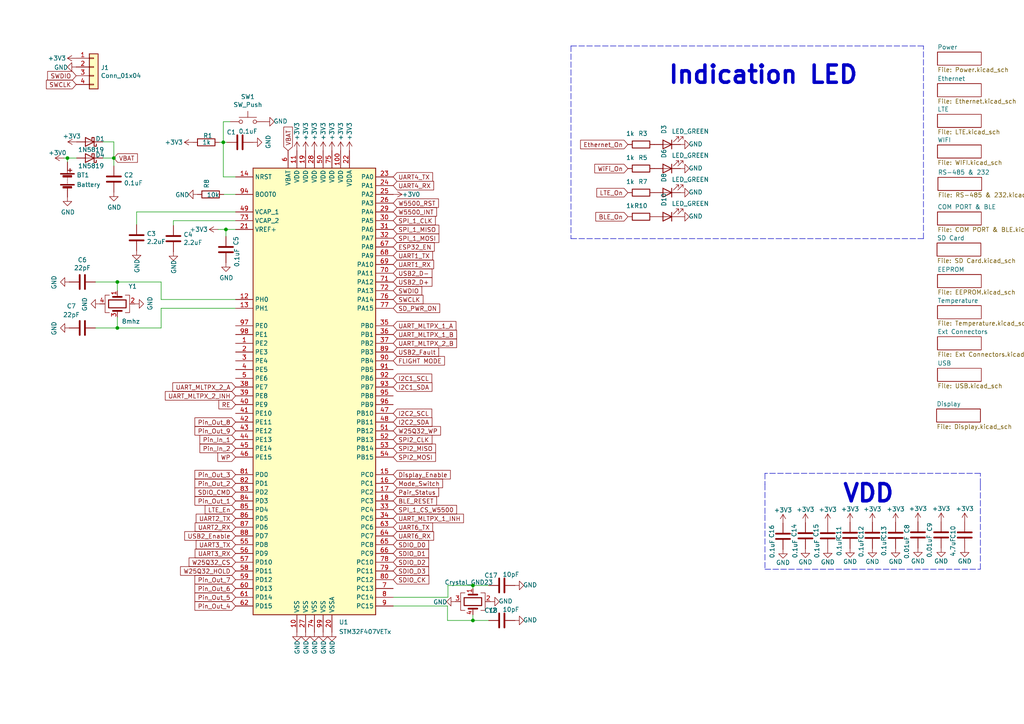
<source format=kicad_sch>
(kicad_sch (version 20211123) (generator eeschema)
  (paper "A4")
  (lib_symbols
    (symbol "Connector_Generic:Conn_01x04" (pin_names (offset 1.016) hide)
      (property "Reference" "J" (at 0 5.08 0))
      (property "Value" "Conn_01x04" (at 0 -7.62 0))
      (symbol "Conn_01x04_1_1"
        (rectangle (start -1.27 -4.953) (end 0 -5.207) (stroke (width 0.1524)))
        (rectangle (start -1.27 -2.413) (end 0 -2.667) (stroke (width 0.1524)))
        (rectangle (start -1.27 0.127) (end 0 -0.127) (stroke (width 0.1524)))
        (rectangle (start -1.27 2.667) (end 0 2.413) (stroke (width 0.1524)))
        (rectangle (start -1.27 3.81) (end 1.27 -6.35) (stroke (width 0.254)) (fill (type background)))
        (pin passive line (at -5.08 2.54 0) (length 3.81) (name "Pin_1") (number "1"))
        (pin passive line (at -5.08 0 0) (length 3.81) (name "Pin_2") (number "2"))
        (pin passive line (at -5.08 -2.54 0) (length 3.81) (name "Pin_3") (number "3"))
        (pin passive line (at -5.08 -5.08 0) (length 3.81) (name "Pin_4") (number "4"))
      )
    )
    (symbol "Device:Battery" (pin_numbers hide) (pin_names (offset 0) hide)
      (property "Reference" "BT" (at 2.54 2.54 0))
      (property "Value" "Battery" (at 2.54 0 0))
      (symbol "Battery_0_1"
        (rectangle (start -2.032 -1.397) (end 2.032 -1.651) (fill (type outline)))
        (rectangle (start -2.032 1.778) (end 2.032 1.524) (fill (type outline)))
        (rectangle (start -1.3208 -1.9812) (end 1.27 -2.4892) (fill (type outline)))
        (rectangle (start -1.3208 1.1938) (end 1.27 0.6858) (fill (type outline)))
        (polyline (pts (xy 0 -1.524) (xy 0 -1.27)))
        (polyline (pts (xy 0 -1.016) (xy 0 -0.762)))
        (polyline (pts (xy 0 -0.508) (xy 0 -0.254)))
        (polyline (pts (xy 0 0) (xy 0 0.254)))
        (polyline (pts (xy 0 0.508) (xy 0 0.762)))
        (polyline (pts (xy 0 1.778) (xy 0 2.54)))
        (polyline (pts (xy 0.254 2.667) (xy 1.27 2.667)) (stroke (width 0.254)))
        (polyline (pts (xy 0.762 3.175) (xy 0.762 2.159)) (stroke (width 0.254)))
      )
      (symbol "Battery_1_1"
        (pin passive line (at 0 5.08 270) (length 2.54) (name "+") (number "1"))
        (pin passive line (at 0 -5.08 90) (length 2.54) (name "-") (number "2"))
      )
    )
    (symbol "Device:C" (pin_numbers hide) (pin_names (offset 0.254))
      (property "Reference" "C" (at 0.635 2.54 0))
      (property "Value" "C" (at 0.635 -2.54 0))
      (symbol "C_0_1"
        (polyline (pts (xy -2.032 -0.762) (xy 2.032 -0.762)) (stroke (width 0.508)))
        (polyline (pts (xy -2.032 0.762) (xy 2.032 0.762)) (stroke (width 0.508)))
      )
      (symbol "C_1_1"
        (pin passive line (at 0 3.81 270) (length 2.794) (name "~") (number "1"))
        (pin passive line (at 0 -3.81 90) (length 2.794) (name "~") (number "2"))
      )
    )
    (symbol "Device:Crystal_GND23" (pin_names (offset 1.016) hide)
      (property "Reference" "Y" (at 3.175 5.08 0))
      (property "Value" "Crystal_GND23" (at 3.175 3.175 0))
      (symbol "Crystal_GND23_0_1"
        (rectangle (start -1.143 2.54) (end 1.143 -2.54) (stroke (width 0.3048)))
        (polyline (pts (xy -2.54 0) (xy -2.032 0)))
        (polyline (pts (xy -2.032 -1.27) (xy -2.032 1.27)) (stroke (width 0.508)))
        (polyline (pts (xy 0 -3.81) (xy 0 -3.556)))
        (polyline (pts (xy 0 3.556) (xy 0 3.81)))
        (polyline (pts (xy 2.032 -1.27) (xy 2.032 1.27)) (stroke (width 0.508)))
        (polyline (pts (xy 2.032 0) (xy 2.54 0)))
        (polyline (pts (xy -2.54 -2.286) (xy -2.54 -3.556) (xy 2.54 -3.556) (xy 2.54 -2.286)))
        (polyline (pts (xy -2.54 2.286) (xy -2.54 3.556) (xy 2.54 3.556) (xy 2.54 2.286)))
      )
      (symbol "Crystal_GND23_1_1"
        (pin passive line (at -3.81 0 0) (length 1.27) (name "1") (number "1"))
        (pin passive line (at 0 5.08 270) (length 1.27) (name "2") (number "2"))
        (pin passive line (at 0 -5.08 90) (length 1.27) (name "3") (number "3"))
        (pin passive line (at 3.81 0 180) (length 1.27) (name "4") (number "4"))
      )
    )
    (symbol "Device:Crystal_GND24" (pin_names (offset 1.016) hide)
      (property "Reference" "Y" (at 3.175 5.08 0))
      (property "Value" "Crystal_GND24" (at 3.175 3.175 0))
      (symbol "Crystal_GND24_0_1"
        (rectangle (start -1.143 2.54) (end 1.143 -2.54) (stroke (width 0.3048)))
        (polyline (pts (xy -2.54 0) (xy -2.032 0)))
        (polyline (pts (xy -2.032 -1.27) (xy -2.032 1.27)) (stroke (width 0.508)))
        (polyline (pts (xy 0 -3.81) (xy 0 -3.556)))
        (polyline (pts (xy 0 3.556) (xy 0 3.81)))
        (polyline (pts (xy 2.032 -1.27) (xy 2.032 1.27)) (stroke (width 0.508)))
        (polyline (pts (xy 2.032 0) (xy 2.54 0)))
        (polyline (pts (xy -2.54 -2.286) (xy -2.54 -3.556) (xy 2.54 -3.556) (xy 2.54 -2.286)))
        (polyline (pts (xy -2.54 2.286) (xy -2.54 3.556) (xy 2.54 3.556) (xy 2.54 2.286)))
      )
      (symbol "Crystal_GND24_1_1"
        (pin passive line (at -3.81 0 0) (length 1.27) (name "1") (number "1"))
        (pin passive line (at 0 5.08 270) (length 1.27) (name "2") (number "2"))
        (pin passive line (at 3.81 0 180) (length 1.27) (name "3") (number "3"))
        (pin passive line (at 0 -5.08 90) (length 1.27) (name "4") (number "4"))
      )
    )
    (symbol "Device:LED" (pin_numbers hide) (pin_names (offset 1.016) hide)
      (property "Reference" "D" (at 0 2.54 0))
      (property "Value" "LED" (at 0 -2.54 0))
      (symbol "LED_0_1"
        (polyline (pts (xy -1.27 -1.27) (xy -1.27 1.27)) (stroke (width 0.254)))
        (polyline (pts (xy -1.27 0) (xy 1.27 0)))
        (polyline (pts (xy 1.27 -1.27) (xy 1.27 1.27) (xy -1.27 0) (xy 1.27 -1.27)) (stroke (width 0.254)))
        (polyline (pts (xy -3.048 -0.762) (xy -4.572 -2.286) (xy -3.81 -2.286) (xy -4.572 -2.286) (xy -4.572 -1.524)))
        (polyline (pts (xy -1.778 -0.762) (xy -3.302 -2.286) (xy -2.54 -2.286) (xy -3.302 -2.286) (xy -3.302 -1.524)))
      )
      (symbol "LED_1_1"
        (pin passive line (at -3.81 0 0) (length 2.54) (name "K") (number "1"))
        (pin passive line (at 3.81 0 180) (length 2.54) (name "A") (number "2"))
      )
    )
    (symbol "Device:R" (pin_numbers hide) (pin_names (offset 0))
      (property "Reference" "R" (at 2.032 0 90))
      (property "Value" "R" (at 0 0 90))
      (symbol "R_0_1"
        (rectangle (start -1.016 -2.54) (end 1.016 2.54) (stroke (width 0.254)))
      )
      (symbol "R_1_1"
        (pin passive line (at 0 3.81 270) (length 1.27) (name "~") (number "1"))
        (pin passive line (at 0 -3.81 90) (length 1.27) (name "~") (number "2"))
      )
    )
    (symbol "Diode:1N5819" (pin_numbers hide) (pin_names (offset 1.016) hide)
      (property "Reference" "D" (at 0 2.54 0))
      (property "Value" "1N5819" (at 0 -2.54 0))
      (symbol "1N5819_0_1"
        (polyline (pts (xy 1.27 0) (xy -1.27 0)))
        (polyline (pts (xy 1.27 1.27) (xy 1.27 -1.27) (xy -1.27 0) (xy 1.27 1.27)) (stroke (width 0.254)))
        (polyline (pts (xy -1.905 0.635) (xy -1.905 1.27) (xy -1.27 1.27) (xy -1.27 -1.27) (xy -0.635 -1.27) (xy -0.635 -0.635)) (stroke (width 0.254)))
      )
      (symbol "1N5819_1_1"
        (pin passive line (at -3.81 0 0) (length 2.54) (name "K") (number "1"))
        (pin passive line (at 3.81 0 180) (length 2.54) (name "A") (number "2"))
      )
    )
    (symbol "MCU_ST_STM32F4:STM32F407VETx"
      (property "Reference" "U" (at -17.78 64.77 0))
      (property "Value" "STM32F407VETx" (at 12.7 64.77 0))
      (symbol "STM32F407VETx_0_1"
        (rectangle (start -17.78 -66.04) (end 17.78 63.5) (stroke (width 0.254)) (fill (type background)))
      )
      (symbol "STM32F407VETx_1_1"
        (pin bidirectional line (at -22.86 12.7 0) (length 5.08) (name "PE2") (number "1"))
        (pin power_in line (at -5.08 -71.12 90) (length 5.08) (name "VSS") (number "10"))
        (pin power_in line (at 7.62 68.58 270) (length 5.08) (name "VDD") (number "100"))
        (pin power_in line (at -5.08 68.58 270) (length 5.08) (name "VDD") (number "11"))
        (pin input line (at -22.86 25.4 0) (length 5.08) (name "PH0") (number "12"))
        (pin input line (at -22.86 22.86 0) (length 5.08) (name "PH1") (number "13"))
        (pin input line (at -22.86 60.96 0) (length 5.08) (name "NRST") (number "14"))
        (pin bidirectional line (at 22.86 -25.4 180) (length 5.08) (name "PC0") (number "15"))
        (pin bidirectional line (at 22.86 -27.94 180) (length 5.08) (name "PC1") (number "16"))
        (pin bidirectional line (at 22.86 -30.48 180) (length 5.08) (name "PC2") (number "17"))
        (pin bidirectional line (at 22.86 -33.02 180) (length 5.08) (name "PC3") (number "18"))
        (pin power_in line (at -2.54 68.58 270) (length 5.08) (name "VDD") (number "19"))
        (pin bidirectional line (at -22.86 10.16 0) (length 5.08) (name "PE3") (number "2"))
        (pin power_in line (at 5.08 -71.12 90) (length 5.08) (name "VSSA") (number "20"))
        (pin power_in line (at -22.86 45.72 0) (length 5.08) (name "VREF+") (number "21"))
        (pin power_in line (at 10.16 68.58 270) (length 5.08) (name "VDDA") (number "22"))
        (pin bidirectional line (at 22.86 60.96 180) (length 5.08) (name "PA0") (number "23"))
        (pin bidirectional line (at 22.86 58.42 180) (length 5.08) (name "PA1") (number "24"))
        (pin bidirectional line (at 22.86 55.88 180) (length 5.08) (name "PA2") (number "25"))
        (pin bidirectional line (at 22.86 53.34 180) (length 5.08) (name "PA3") (number "26"))
        (pin power_in line (at -2.54 -71.12 90) (length 5.08) (name "VSS") (number "27"))
        (pin power_in line (at 0 68.58 270) (length 5.08) (name "VDD") (number "28"))
        (pin bidirectional line (at 22.86 50.8 180) (length 5.08) (name "PA4") (number "29"))
        (pin bidirectional line (at -22.86 7.62 0) (length 5.08) (name "PE4") (number "3"))
        (pin bidirectional line (at 22.86 48.26 180) (length 5.08) (name "PA5") (number "30"))
        (pin bidirectional line (at 22.86 45.72 180) (length 5.08) (name "PA6") (number "31"))
        (pin bidirectional line (at 22.86 43.18 180) (length 5.08) (name "PA7") (number "32"))
        (pin bidirectional line (at 22.86 -35.56 180) (length 5.08) (name "PC4") (number "33"))
        (pin bidirectional line (at 22.86 -38.1 180) (length 5.08) (name "PC5") (number "34"))
        (pin bidirectional line (at 22.86 17.78 180) (length 5.08) (name "PB0") (number "35"))
        (pin bidirectional line (at 22.86 15.24 180) (length 5.08) (name "PB1") (number "36"))
        (pin bidirectional line (at 22.86 12.7 180) (length 5.08) (name "PB2") (number "37"))
        (pin bidirectional line (at -22.86 0 0) (length 5.08) (name "PE7") (number "38"))
        (pin bidirectional line (at -22.86 -2.54 0) (length 5.08) (name "PE8") (number "39"))
        (pin bidirectional line (at -22.86 5.08 0) (length 5.08) (name "PE5") (number "4"))
        (pin bidirectional line (at -22.86 -5.08 0) (length 5.08) (name "PE9") (number "40"))
        (pin bidirectional line (at -22.86 -7.62 0) (length 5.08) (name "PE10") (number "41"))
        (pin bidirectional line (at -22.86 -10.16 0) (length 5.08) (name "PE11") (number "42"))
        (pin bidirectional line (at -22.86 -12.7 0) (length 5.08) (name "PE12") (number "43"))
        (pin bidirectional line (at -22.86 -15.24 0) (length 5.08) (name "PE13") (number "44"))
        (pin bidirectional line (at -22.86 -17.78 0) (length 5.08) (name "PE14") (number "45"))
        (pin bidirectional line (at -22.86 -20.32 0) (length 5.08) (name "PE15") (number "46"))
        (pin bidirectional line (at 22.86 -7.62 180) (length 5.08) (name "PB10") (number "47"))
        (pin bidirectional line (at 22.86 -10.16 180) (length 5.08) (name "PB11") (number "48"))
        (pin power_in line (at -22.86 50.8 0) (length 5.08) (name "VCAP_1") (number "49"))
        (pin bidirectional line (at -22.86 2.54 0) (length 5.08) (name "PE6") (number "5"))
        (pin power_in line (at 2.54 68.58 270) (length 5.08) (name "VDD") (number "50"))
        (pin bidirectional line (at 22.86 -12.7 180) (length 5.08) (name "PB12") (number "51"))
        (pin bidirectional line (at 22.86 -15.24 180) (length 5.08) (name "PB13") (number "52"))
        (pin bidirectional line (at 22.86 -17.78 180) (length 5.08) (name "PB14") (number "53"))
        (pin bidirectional line (at 22.86 -20.32 180) (length 5.08) (name "PB15") (number "54"))
        (pin bidirectional line (at -22.86 -45.72 0) (length 5.08) (name "PD8") (number "55"))
        (pin bidirectional line (at -22.86 -48.26 0) (length 5.08) (name "PD9") (number "56"))
        (pin bidirectional line (at -22.86 -50.8 0) (length 5.08) (name "PD10") (number "57"))
        (pin bidirectional line (at -22.86 -53.34 0) (length 5.08) (name "PD11") (number "58"))
        (pin bidirectional line (at -22.86 -55.88 0) (length 5.08) (name "PD12") (number "59"))
        (pin power_in line (at -7.62 68.58 270) (length 5.08) (name "VBAT") (number "6"))
        (pin bidirectional line (at -22.86 -58.42 0) (length 5.08) (name "PD13") (number "60"))
        (pin bidirectional line (at -22.86 -60.96 0) (length 5.08) (name "PD14") (number "61"))
        (pin bidirectional line (at -22.86 -63.5 0) (length 5.08) (name "PD15") (number "62"))
        (pin bidirectional line (at 22.86 -40.64 180) (length 5.08) (name "PC6") (number "63"))
        (pin bidirectional line (at 22.86 -43.18 180) (length 5.08) (name "PC7") (number "64"))
        (pin bidirectional line (at 22.86 -45.72 180) (length 5.08) (name "PC8") (number "65"))
        (pin bidirectional line (at 22.86 -48.26 180) (length 5.08) (name "PC9") (number "66"))
        (pin bidirectional line (at 22.86 40.64 180) (length 5.08) (name "PA8") (number "67"))
        (pin bidirectional line (at 22.86 38.1 180) (length 5.08) (name "PA9") (number "68"))
        (pin bidirectional line (at 22.86 35.56 180) (length 5.08) (name "PA10") (number "69"))
        (pin bidirectional line (at 22.86 -58.42 180) (length 5.08) (name "PC13") (number "7"))
        (pin bidirectional line (at 22.86 33.02 180) (length 5.08) (name "PA11") (number "70"))
        (pin bidirectional line (at 22.86 30.48 180) (length 5.08) (name "PA12") (number "71"))
        (pin bidirectional line (at 22.86 27.94 180) (length 5.08) (name "PA13") (number "72"))
        (pin power_in line (at -22.86 48.26 0) (length 5.08) (name "VCAP_2") (number "73"))
        (pin power_in line (at 0 -71.12 90) (length 5.08) (name "VSS") (number "74"))
        (pin power_in line (at 5.08 68.58 270) (length 5.08) (name "VDD") (number "75"))
        (pin bidirectional line (at 22.86 25.4 180) (length 5.08) (name "PA14") (number "76"))
        (pin bidirectional line (at 22.86 22.86 180) (length 5.08) (name "PA15") (number "77"))
        (pin bidirectional line (at 22.86 -50.8 180) (length 5.08) (name "PC10") (number "78"))
        (pin bidirectional line (at 22.86 -53.34 180) (length 5.08) (name "PC11") (number "79"))
        (pin bidirectional line (at 22.86 -60.96 180) (length 5.08) (name "PC14") (number "8"))
        (pin bidirectional line (at 22.86 -55.88 180) (length 5.08) (name "PC12") (number "80"))
        (pin bidirectional line (at -22.86 -25.4 0) (length 5.08) (name "PD0") (number "81"))
        (pin bidirectional line (at -22.86 -27.94 0) (length 5.08) (name "PD1") (number "82"))
        (pin bidirectional line (at -22.86 -30.48 0) (length 5.08) (name "PD2") (number "83"))
        (pin bidirectional line (at -22.86 -33.02 0) (length 5.08) (name "PD3") (number "84"))
        (pin bidirectional line (at -22.86 -35.56 0) (length 5.08) (name "PD4") (number "85"))
        (pin bidirectional line (at -22.86 -38.1 0) (length 5.08) (name "PD5") (number "86"))
        (pin bidirectional line (at -22.86 -40.64 0) (length 5.08) (name "PD6") (number "87"))
        (pin bidirectional line (at -22.86 -43.18 0) (length 5.08) (name "PD7") (number "88"))
        (pin bidirectional line (at 22.86 10.16 180) (length 5.08) (name "PB3") (number "89"))
        (pin bidirectional line (at 22.86 -63.5 180) (length 5.08) (name "PC15") (number "9"))
        (pin bidirectional line (at 22.86 7.62 180) (length 5.08) (name "PB4") (number "90"))
        (pin bidirectional line (at 22.86 5.08 180) (length 5.08) (name "PB5") (number "91"))
        (pin bidirectional line (at 22.86 2.54 180) (length 5.08) (name "PB6") (number "92"))
        (pin bidirectional line (at 22.86 0 180) (length 5.08) (name "PB7") (number "93"))
        (pin input line (at -22.86 55.88 0) (length 5.08) (name "BOOT0") (number "94"))
        (pin bidirectional line (at 22.86 -2.54 180) (length 5.08) (name "PB8") (number "95"))
        (pin bidirectional line (at 22.86 -5.08 180) (length 5.08) (name "PB9") (number "96"))
        (pin bidirectional line (at -22.86 17.78 0) (length 5.08) (name "PE0") (number "97"))
        (pin bidirectional line (at -22.86 15.24 0) (length 5.08) (name "PE1") (number "98"))
        (pin power_in line (at 2.54 -71.12 90) (length 5.08) (name "VSS") (number "99"))
      )
    )
    (symbol "Switch:SW_Push" (pin_numbers hide) (pin_names (offset 1.016) hide)
      (property "Reference" "SW" (at 1.27 2.54 0))
      (property "Value" "SW_Push" (at 0 -1.524 0))
      (symbol "SW_Push_0_1"
        (circle (center -2.032 0) (radius 0.508))
        (polyline (pts (xy 0 1.27) (xy 0 3.048)))
        (polyline (pts (xy 2.54 1.27) (xy -2.54 1.27)))
        (circle (center 2.032 0) (radius 0.508))
        (pin passive line (at -5.08 0 0) (length 2.54) (name "1") (number "1"))
        (pin passive line (at 5.08 0 180) (length 2.54) (name "2") (number "2"))
      )
    )
    (symbol "power:+3.3V" (power) (pin_names (offset 0))
      (property "Value" "+3.3V" (at 0 3.556 0))
      (symbol "+3.3V_0_1"
        (polyline (pts (xy -0.762 1.27) (xy 0 2.54)))
        (polyline (pts (xy 0 0) (xy 0 2.54)))
        (polyline (pts (xy 0 2.54) (xy 0.762 1.27)))
      )
      (symbol "+3.3V_1_1"
        (pin power_in line (at 0 0 90) (length 0) hide (name "+3V3") (number "1"))
      )
    )
    (symbol "power:+3V0" (power) (pin_names (offset 0))
      (property "Value" "+3V0" (at 0 3.556 0))
      (symbol "+3V0_0_1"
        (polyline (pts (xy -0.762 1.27) (xy 0 2.54)))
        (polyline (pts (xy 0 0) (xy 0 2.54)))
        (polyline (pts (xy 0 2.54) (xy 0.762 1.27)))
      )
      (symbol "+3V0_1_1"
        (pin power_in line (at 0 0 90) (length 0) hide (name "+3V0") (number "1"))
      )
    )
    (symbol "power:GND" (power) (pin_names (offset 0))
      (property "Value" "GND" (at 0 -3.81 0))
      (symbol "GND_0_1"
        (polyline (pts (xy 0 0) (xy 0 -1.27) (xy 1.27 -1.27) (xy 0 -2.54) (xy -1.27 -1.27) (xy 0 -1.27)))
      )
      (symbol "GND_1_1"
        (pin power_in line (at 0 0 270) (length 0) hide (name "GND") (number "1"))
      )
    )
  )
  (junction (at 34.036 95.123))
  (junction (at 33.02 45.847))
  (junction (at 137.16 179.959))
  (junction (at 65.532 66.548))
  (junction (at 64.77 41.275))
  (junction (at 34.036 81.788))
  (junction (at 19.558 45.847))
  (junction (at 137.16 169.799))
  (wire (pts (xy 129.921 169.799) (xy 137.16 169.799)))
  (wire (pts (xy 129.794 179.959) (xy 137.16 179.959)))
  (wire (pts (xy 65.532 66.548) (xy 68.326 66.548)))
  (polyline (pts (xy 165.608 69.215) (xy 267.843 69.215)))
  (wire (pts (xy 39.624 61.468) (xy 39.624 65.151)))
  (wire (pts (xy 46.736 81.788) (xy 34.036 81.788)))
  (polyline (pts (xy 221.869 140.462) (xy 221.869 149.352)))
  (wire (pts (xy 29.845 41.148) (xy 33.02 41.148)))
  (wire (pts (xy 68.326 89.408) (xy 46.736 89.408)))
  (wire (pts (xy 63.627 41.275) (xy 64.77 41.275)))
  (wire (pts (xy 66.802 35.306) (xy 64.77 35.306)))
  (wire (pts (xy 46.736 89.408) (xy 46.736 95.123)))
  (wire (pts (xy 33.02 45.847) (xy 29.845 45.847)))
  (wire (pts (xy 50.292 64.008) (xy 50.292 65.405)))
  (polyline (pts (xy 221.869 165.1) (xy 284.353 165.1)))
  (wire (pts (xy 137.16 179.959) (xy 137.16 178.308)))
  (wire (pts (xy 18.542 45.847) (xy 19.558 45.847)))
  (polyline (pts (xy 165.608 13.335) (xy 165.608 69.215)))
  (wire (pts (xy 19.558 45.847) (xy 22.225 45.847)))
  (wire (pts (xy 46.736 86.868) (xy 46.736 81.788)))
  (wire (pts (xy 34.036 95.123) (xy 34.036 91.948)))
  (wire (pts (xy 64.77 51.308) (xy 64.77 41.275)))
  (wire (pts (xy 68.326 64.008) (xy 50.292 64.008)))
  (polyline (pts (xy 284.353 140.462) (xy 284.353 137.287)))
  (wire (pts (xy 68.326 61.468) (xy 39.624 61.468)))
  (wire (pts (xy 33.02 41.148) (xy 33.02 45.847)))
  (wire (pts (xy 141.732 169.799) (xy 137.16 169.799)))
  (wire (pts (xy 64.897 56.388) (xy 68.326 56.388)))
  (wire (pts (xy 34.036 81.788) (xy 34.036 84.328)))
  (wire (pts (xy 141.732 179.959) (xy 137.16 179.959)))
  (wire (pts (xy 19.558 45.847) (xy 19.558 46.99)))
  (polyline (pts (xy 221.869 149.352) (xy 221.869 165.1)))
  (wire (pts (xy 64.77 35.306) (xy 64.77 41.275)))
  (wire (pts (xy 46.736 95.123) (xy 34.036 95.123)))
  (wire (pts (xy 65.532 66.548) (xy 65.532 68.58)))
  (wire (pts (xy 114.046 175.768) (xy 129.794 175.768)))
  (polyline (pts (xy 267.843 69.215) (xy 267.843 13.335)))
  (polyline (pts (xy 221.869 137.287) (xy 221.869 140.462)))
  (wire (pts (xy 64.77 41.275) (xy 65.786 41.275)))
  (wire (pts (xy 63.246 66.548) (xy 65.532 66.548)))
  (wire (pts (xy 68.326 86.868) (xy 46.736 86.868)))
  (wire (pts (xy 27.686 81.788) (xy 34.036 81.788)))
  (polyline (pts (xy 284.353 165.1) (xy 284.353 140.462)))
  (wire (pts (xy 129.921 173.228) (xy 129.921 169.799)))
  (wire (pts (xy 137.16 169.799) (xy 137.16 170.688)))
  (wire (pts (xy 27.686 95.123) (xy 34.036 95.123)))
  (wire (pts (xy 68.326 51.308) (xy 64.77 51.308)))
  (polyline (pts (xy 267.843 13.335) (xy 165.608 13.335)))
  (wire (pts (xy 33.02 45.847) (xy 33.02 48.133)))
  (polyline (pts (xy 284.353 137.287) (xy 221.869 137.287)))
  (wire (pts (xy 114.046 173.228) (xy 129.921 173.228)))
  (wire (pts (xy 129.794 175.768) (xy 129.794 179.959)))
  (text "VDD" (at 244.094 146.177 0) (effects (font (size 5 5) (thickness 1) bold) (justify left bottom)))
  (text "Indication LED" (at 193.548 24.765 0) (effects (font (size 5.0038 5.0038) (thickness 1.0008) bold) (justify left bottom)))
  (global_label "W25Q32_CS" (shape input) (at 68.326 163.068 180) (property "Intersheet References" "${INTERSHEET_REFS}" (effects hide)))
  (global_label "Pin_Out_1" (shape input) (at 68.326 145.288 180) (property "Intersheet References" "${INTERSHEET_REFS}" (effects hide)))
  (global_label "SDIO_CK" (shape input) (at 114.046 168.148 0) (property "Intersheet References" "${INTERSHEET_REFS}" (effects hide)))
  (global_label "VBAT" (shape input) (at 33.02 45.847 0) (property "Intersheet References" "${INTERSHEET_REFS}" (effects hide)))
  (global_label "ESP32_EN" (shape input) (at 114.046 71.628 0) (property "Intersheet References" "${INTERSHEET_REFS}" (effects hide)))
  (global_label "SDIO_D2" (shape input) (at 114.046 163.068 0) (property "Intersheet References" "${INTERSHEET_REFS}" (effects hide)))
  (global_label "UART6_TX" (shape input) (at 114.046 152.908 0) (property "Intersheet References" "${INTERSHEET_REFS}" (effects hide)))
  (global_label "UART1_RX" (shape input) (at 114.046 76.708 0) (property "Intersheet References" "${INTERSHEET_REFS}" (effects hide)))
  (global_label "Pin_In_2" (shape input) (at 68.326 130.048 180) (property "Intersheet References" "${INTERSHEET_REFS}" (effects hide)))
  (global_label "I2C1_SDA" (shape input) (at 114.046 112.268 0) (property "Intersheet References" "${INTERSHEET_REFS}" (effects hide)))
  (global_label "I2C2_SDA" (shape input) (at 114.046 122.428 0) (property "Intersheet References" "${INTERSHEET_REFS}" (effects hide)))
  (global_label "UART_MLTPX_2_INH" (shape input) (at 68.326 114.808 180) (property "Intersheet References" "${INTERSHEET_REFS}" (effects hide)))
  (global_label "SD_PWR_ON" (shape input) (at 114.046 89.408 0) (property "Intersheet References" "${INTERSHEET_REFS}" (effects hide)))
  (global_label "I2C1_SCL" (shape input) (at 114.046 109.728 0) (property "Intersheet References" "${INTERSHEET_REFS}" (effects hide)))
  (global_label "VBAT" (shape input) (at 83.566 43.688 90) (property "Intersheet References" "${INTERSHEET_REFS}" (effects hide)))
  (global_label "SWDIO" (shape input) (at 114.046 84.328 0) (property "Intersheet References" "${INTERSHEET_REFS}" (effects hide)))
  (global_label "Pin_Out_2" (shape input) (at 68.326 140.208 180) (property "Intersheet References" "${INTERSHEET_REFS}" (effects hide)))
  (global_label "Pin_Out_6" (shape input) (at 68.326 170.688 180) (property "Intersheet References" "${INTERSHEET_REFS}" (effects hide)))
  (global_label "Pin_Out_8" (shape input) (at 68.326 122.428 180) (property "Intersheet References" "${INTERSHEET_REFS}" (effects hide)))
  (global_label "Pin_In_1" (shape input) (at 68.326 127.508 180) (property "Intersheet References" "${INTERSHEET_REFS}" (effects hide)))
  (global_label "Pair_Status" (shape input) (at 114.046 142.748 0) (property "Intersheet References" "${INTERSHEET_REFS}" (effects hide)))
  (global_label "LTE_On" (shape input) (at 182.118 55.88 180) (property "Intersheet References" "${INTERSHEET_REFS}" (effects hide)))
  (global_label "SPI2_MOSI" (shape input) (at 114.046 132.588 0) (property "Intersheet References" "${INTERSHEET_REFS}" (effects hide)))
  (global_label "SPI_1_MOSI" (shape input) (at 114.046 69.088 0) (property "Intersheet References" "${INTERSHEET_REFS}" (effects hide)))
  (global_label "W25Q32_WP" (shape input) (at 114.046 124.968 0) (property "Intersheet References" "${INTERSHEET_REFS}" (effects hide)))
  (global_label "USB2_Enable" (shape input) (at 68.326 155.448 180) (property "Intersheet References" "${INTERSHEET_REFS}" (effects hide)))
  (global_label "SWDIO" (shape input) (at 22.098 21.971 180) (property "Intersheet References" "${INTERSHEET_REFS}" (effects hide)))
  (global_label "SDIO_D3" (shape input) (at 114.046 165.608 0) (property "Intersheet References" "${INTERSHEET_REFS}" (effects hide)))
  (global_label "UART_MLTPX_2_B" (shape input) (at 114.046 99.568 0) (property "Intersheet References" "${INTERSHEET_REFS}" (effects hide)))
  (global_label "SPI_1_MISO" (shape input) (at 114.046 66.548 0) (property "Intersheet References" "${INTERSHEET_REFS}" (effects hide)))
  (global_label "W5500_RST" (shape input) (at 114.046 58.928 0) (property "Intersheet References" "${INTERSHEET_REFS}" (effects hide)))
  (global_label "UART1_TX" (shape input) (at 114.046 74.168 0) (property "Intersheet References" "${INTERSHEET_REFS}" (effects hide)))
  (global_label "LTE_En" (shape input) (at 68.326 147.828 180) (property "Intersheet References" "${INTERSHEET_REFS}" (effects hide)))
  (global_label "UART_MLTPX_1_B" (shape input) (at 114.046 97.028 0) (property "Intersheet References" "${INTERSHEET_REFS}" (effects hide)))
  (global_label "I2C2_SCL" (shape input) (at 114.046 119.888 0) (property "Intersheet References" "${INTERSHEET_REFS}" (effects hide)))
  (global_label "SPI_1_CLK" (shape input) (at 114.046 64.008 0) (property "Intersheet References" "${INTERSHEET_REFS}" (effects hide)))
  (global_label "SPI_1_CS_W5500" (shape input) (at 114.046 147.828 0) (property "Intersheet References" "${INTERSHEET_REFS}" (effects hide)))
  (global_label "FLIGHT MODE" (shape input) (at 114.046 104.648 0) (property "Intersheet References" "${INTERSHEET_REFS}" (effects hide)))
  (global_label "Display_Enable" (shape input) (at 114.046 137.668 0) (property "Intersheet References" "${INTERSHEET_REFS}" (effects hide)))
  (global_label "UART_MLTPX_1_INH" (shape input) (at 114.046 150.368 0) (property "Intersheet References" "${INTERSHEET_REFS}" (effects hide)))
  (global_label "Pin_Out_3" (shape input) (at 68.326 137.668 180) (property "Intersheet References" "${INTERSHEET_REFS}" (effects hide)))
  (global_label "UART2_TX" (shape input) (at 68.326 150.368 180) (property "Intersheet References" "${INTERSHEET_REFS}" (effects hide)))
  (global_label "UART_MLTPX_2_A" (shape input) (at 68.326 112.268 180) (property "Intersheet References" "${INTERSHEET_REFS}" (effects hide)))
  (global_label "Pin_Out_4" (shape input) (at 68.326 175.768 180) (property "Intersheet References" "${INTERSHEET_REFS}" (effects hide)))
  (global_label "SPI2_CLK" (shape input) (at 114.046 127.508 0) (property "Intersheet References" "${INTERSHEET_REFS}" (effects hide)))
  (global_label "BLE_RESET" (shape input) (at 114.046 145.288 0) (property "Intersheet References" "${INTERSHEET_REFS}" (effects hide)))
  (global_label "UART2_RX" (shape input) (at 68.326 152.908 180) (property "Intersheet References" "${INTERSHEET_REFS}" (effects hide)))
  (global_label "USB2_D-" (shape input) (at 114.046 79.248 0) (property "Intersheet References" "${INTERSHEET_REFS}" (effects hide)))
  (global_label "UART3_TX" (shape input) (at 68.326 157.988 180) (property "Intersheet References" "${INTERSHEET_REFS}" (effects hide)))
  (global_label "Pin_Out_5" (shape input) (at 68.326 173.228 180) (property "Intersheet References" "${INTERSHEET_REFS}" (effects hide)))
  (global_label "SDIO_D1" (shape input) (at 114.046 160.528 0) (property "Intersheet References" "${INTERSHEET_REFS}" (effects hide)))
  (global_label "UART4_RX" (shape input) (at 114.046 53.848 0) (property "Intersheet References" "${INTERSHEET_REFS}" (effects hide)))
  (global_label "RE" (shape input) (at 68.326 117.348 180) (property "Intersheet References" "${INTERSHEET_REFS}" (effects hide)))
  (global_label "UART3_RX" (shape input) (at 68.326 160.528 180) (property "Intersheet References" "${INTERSHEET_REFS}" (effects hide)))
  (global_label "Ethernet_On" (shape input) (at 182.118 41.91 180) (property "Intersheet References" "${INTERSHEET_REFS}" (effects hide)))
  (global_label "Pin_Out_9" (shape input) (at 68.326 124.968 180) (property "Intersheet References" "${INTERSHEET_REFS}" (effects hide)))
  (global_label "SWCLK" (shape input) (at 114.046 86.868 0) (property "Intersheet References" "${INTERSHEET_REFS}" (effects hide)))
  (global_label "UART_MLTPX_1_A" (shape input) (at 114.046 94.488 0) (property "Intersheet References" "${INTERSHEET_REFS}" (effects hide)))
  (global_label "SPI2_MISO" (shape input) (at 114.046 130.048 0) (property "Intersheet References" "${INTERSHEET_REFS}" (effects hide)))
  (global_label "SDIO_CMD" (shape input) (at 68.326 142.748 180) (property "Intersheet References" "${INTERSHEET_REFS}" (effects hide)))
  (global_label "W5500_INT" (shape input) (at 114.046 61.468 0) (property "Intersheet References" "${INTERSHEET_REFS}" (effects hide)))
  (global_label "USB2_D+" (shape input) (at 114.046 81.788 0) (property "Intersheet References" "${INTERSHEET_REFS}" (effects hide)))
  (global_label "SWCLK" (shape input) (at 22.098 24.511 180) (property "Intersheet References" "${INTERSHEET_REFS}" (effects hide)))
  (global_label "W25Q32_HOLD" (shape input) (at 68.326 165.608 180) (property "Intersheet References" "${INTERSHEET_REFS}" (effects hide)))
  (global_label "UART4_TX" (shape input) (at 114.046 51.308 0) (property "Intersheet References" "${INTERSHEET_REFS}" (effects hide)))
  (global_label "BLE_On" (shape input) (at 182.118 62.865 180) (property "Intersheet References" "${INTERSHEET_REFS}" (effects hide)))
  (global_label "WP" (shape input) (at 68.326 132.588 180) (property "Intersheet References" "${INTERSHEET_REFS}" (effects hide)))
  (global_label "Pin_Out_7" (shape input) (at 68.326 168.148 180) (property "Intersheet References" "${INTERSHEET_REFS}" (effects hide)))
  (global_label "USB2_Fault" (shape input) (at 114.046 102.108 0) (property "Intersheet References" "${INTERSHEET_REFS}" (effects hide)))
  (global_label "SDIO_D0" (shape input) (at 114.046 157.988 0) (property "Intersheet References" "${INTERSHEET_REFS}" (effects hide)))
  (global_label "UART6_RX" (shape input) (at 114.046 155.448 0) (property "Intersheet References" "${INTERSHEET_REFS}" (effects hide)))
  (global_label "WiFi_On" (shape input) (at 182.118 48.895 180) (property "Intersheet References" "${INTERSHEET_REFS}" (effects hide)))
  (global_label "Mode_Switch" (shape input) (at 114.046 140.208 0) (property "Intersheet References" "${INTERSHEET_REFS}" (effects hide)))
  (symbol (lib_id "Device:R") (at 185.928 41.91 90) (unit 1)
    (property "Reference" "R3" (at 187.833 38.735 90) (effects (justify left)))
    (property "Value" "1k" (at 184.023 38.735 90) (effects (justify left)))
    (property "Footprint" "Resistor_SMD:R_0603_1608Metric" (effects hide))
  )
  (symbol (lib_id "Device:LED") (at 193.548 41.91 180) (unit 1)
    (property "Reference" "D3" (at 192.5574 38.9128 90) (effects (justify right)))
    (property "Value" "LED_GREEN" (at 194.818 38.1 0) (effects (justify right)))
    (property "Footprint" "LED_SMD:LED_0603_1608Metric" (effects hide))
  )
  (symbol (lib_id "power:GND") (at 197.358 41.91 90) (unit 1)
    (property "Reference" "#PWR08" (effects hide))
    (property "Value" "GND" (at 201.7522 41.783 90))
  )
  (symbol (lib_id "Device:R") (at 185.928 48.895 90) (unit 1)
    (property "Reference" "R5" (at 187.833 45.72 90) (effects (justify left)))
    (property "Value" "1k" (at 184.023 45.72 90) (effects (justify left)))
    (property "Footprint" "Resistor_SMD:R_0603_1608Metric" (effects hide))
  )
  (symbol (lib_id "Device:LED") (at 193.548 48.895 180) (unit 1)
    (property "Reference" "D6" (at 192.5574 45.8978 90) (effects (justify right)))
    (property "Value" "LED_GREEN" (at 194.818 45.085 0) (effects (justify right)))
    (property "Footprint" "LED_SMD:LED_0603_1608Metric" (effects hide))
  )
  (symbol (lib_id "power:GND") (at 197.358 48.895 90) (unit 1)
    (property "Reference" "#PWR018" (effects hide))
    (property "Value" "GND" (at 201.7522 48.768 90))
  )
  (symbol (lib_id "Device:R") (at 185.928 55.88 90) (unit 1)
    (property "Reference" "R7" (at 187.833 52.705 90) (effects (justify left)))
    (property "Value" "1k" (at 184.023 52.705 90) (effects (justify left)))
    (property "Footprint" "Resistor_SMD:R_0603_1608Metric" (effects hide))
  )
  (symbol (lib_id "Device:LED") (at 193.548 55.88 180) (unit 1)
    (property "Reference" "D8" (at 192.5574 52.8828 90) (effects (justify right)))
    (property "Value" "LED_GREEN" (at 194.818 52.07 0) (effects (justify right)))
    (property "Footprint" "LED_SMD:LED_0603_1608Metric" (effects hide))
  )
  (symbol (lib_id "power:GND") (at 197.358 55.88 90) (unit 1)
    (property "Reference" "#PWR021" (effects hide))
    (property "Value" "GND" (at 201.7522 55.753 90))
  )
  (symbol (lib_id "Device:R") (at 185.928 62.865 90) (unit 1)
    (property "Reference" "R10" (at 187.833 59.69 90) (effects (justify left)))
    (property "Value" "1k" (at 184.023 59.69 90) (effects (justify left)))
    (property "Footprint" "Resistor_SMD:R_0603_1608Metric" (effects hide))
  )
  (symbol (lib_id "Device:LED") (at 193.548 62.865 180) (unit 1)
    (property "Reference" "D10" (at 192.5574 59.8678 90) (effects (justify right)))
    (property "Value" "LED_GREEN" (at 194.818 59.055 0) (effects (justify right)))
    (property "Footprint" "LED_SMD:LED_0603_1608Metric" (effects hide))
  )
  (symbol (lib_id "power:GND") (at 197.358 62.865 90) (unit 1)
    (property "Reference" "#PWR026" (effects hide))
    (property "Value" "GND" (at 201.7522 62.738 90))
  )
  (symbol (lib_id "Device:C") (at 259.7658 155.2702 180) (unit 1)
    (property "Reference" "C13" (at 256.3622 154.4828 90))
    (property "Value" "0.1uF" (at 256.3622 158.5468 90))
    (property "Footprint" "Capacitor_SMD:C_0603_1608Metric" (effects hide))
  )
  (symbol (lib_id "Device:C") (at 266.2428 155.1432 180) (unit 1)
    (property "Reference" "C8" (at 263.0424 153.3906 90))
    (property "Value" "0.01uF" (at 262.9662 158.8008 90))
    (property "Footprint" "Capacitor_SMD:C_0603_1608Metric" (effects hide))
  )
  (symbol (lib_id "power:+3.3V") (at 86.106 43.688 0) (unit 1)
    (property "Reference" "#PWR09" (effects hide))
    (property "Value" "+3.3V" (at 86.106 38.1 90))
  )
  (symbol (lib_id "power:+3.3V") (at 227.1014 151.7396 0) (unit 1)
    (property "Reference" "#PWR043" (effects hide))
    (property "Value" "+3.3V" (at 227.1014 147.9296 0))
  )
  (symbol (lib_id "power:GND") (at 88.646 183.388 0) (unit 1)
    (property "Reference" "#PWR058" (effects hide))
    (property "Value" "GND" (at 88.773 187.7822 90))
  )
  (symbol (lib_id "Device:C") (at 272.9738 155.1432 180) (unit 1)
    (property "Reference" "C9" (at 269.6464 152.8826 90))
    (property "Value" "0.01uF" (at 269.5702 158.4198 90))
    (property "Footprint" "Capacitor_SMD:C_0603_1608Metric" (effects hide))
  )
  (symbol (lib_id "power:GND") (at 19.558 57.15 0) (unit 1)
    (property "Reference" "#PWR024" (effects hide))
    (property "Value" "GND" (at 19.685 61.5442 0))
  )
  (symbol (lib_id "power:+3.3V") (at 266.2428 151.3332 0) (unit 1)
    (property "Reference" "#PWR035" (effects hide))
    (property "Value" "+3.3V" (at 266.2428 147.5232 0))
  )
  (symbol (lib_id "power:+3.3V") (at 101.346 43.688 0) (unit 1)
    (property "Reference" "#PWR015" (effects hide))
    (property "Value" "+3.3V" (at 101.346 38.1 90))
  )
  (symbol (lib_id "power:GND") (at 142.24 174.498 90) (unit 1)
    (property "Reference" "#PWR055" (effects hide))
    (property "Value" "GND" (at 146.6342 174.371 90))
  )
  (symbol (lib_id "power:+3.3V") (at 98.806 43.688 0) (unit 1)
    (property "Reference" "#PWR014" (effects hide))
    (property "Value" "+3.3V" (at 98.806 38.1 90))
  )
  (symbol (lib_id "Device:Battery") (at 19.558 52.07 0) (unit 1)
    (property "Reference" "BT1" (at 22.225 50.7805 0) (effects (justify left)))
    (property "Value" "Battery" (at 22.225 53.5556 0) (effects (justify left)))
    (property "Footprint" "Footprint:CR2032_Holder_Vertical" (effects hide))
  )
  (symbol (lib_id "power:GND") (at 132.08 174.498 270) (unit 1)
    (property "Reference" "#PWR054" (effects hide))
    (property "Value" "GND" (at 127.6858 174.625 90))
  )
  (symbol (lib_id "power:GND") (at 39.116 88.138 90) (unit 1)
    (property "Reference" "#PWR033" (effects hide))
    (property "Value" "GND" (at 43.5102 88.011 0))
  )
  (symbol (lib_id "Device:C") (at 227.1014 155.5496 180) (unit 1)
    (property "Reference" "C16" (at 223.8248 154.1272 90))
    (property "Value" "0.1uF" (at 223.9518 159.2072 90))
    (property "Footprint" "Capacitor_SMD:C_0603_1608Metric" (effects hide))
  )
  (symbol (lib_id "MCU_ST_STM32F4:STM32F407VETx") (at 91.186 112.268 0) (unit 1)
    (property "Reference" "U1" (at 98.2854 180.4575 0) (effects (justify left)))
    (property "Value" "STM32F407VETx" (at 98.2854 183.2326 0) (effects (justify left)))
    (property "Footprint" "Package_QFP:LQFP-100_14x14mm_P0.5mm" (effects hide))
    (property "Datasheet" "http://www.st.com/st-web-ui/static/active/en/resource/technical/document/datasheet/DM00037051.pdf" (effects hide))
  )
  (symbol (lib_id "Diode:1N5819") (at 26.035 45.847 180) (unit 1)
    (property "Reference" "D4" (at 27.686 44.958 0) (effects (justify right)))
    (property "Value" "1N5819" (at 22.606 48.133 0) (effects (justify right)))
    (property "Footprint" "Footprint:SOD-323" (effects hide))
    (property "Datasheet" "http://www.vishay.com/docs/88525/1n5817.pdf" (effects hide))
  )
  (symbol (lib_id "power:+3.3V") (at 93.726 43.688 0) (unit 1)
    (property "Reference" "#PWR012" (effects hide))
    (property "Value" "+3.3V" (at 93.726 38.1 90))
  )
  (symbol (lib_id "power:+3.3V") (at 272.9738 151.3332 0) (unit 1)
    (property "Reference" "#PWR036" (effects hide))
    (property "Value" "+3.3V" (at 272.9738 147.5232 0))
  )
  (symbol (lib_id "Device:R") (at 61.087 56.388 90) (unit 1)
    (property "Reference" "R8" (at 59.9186 54.61 0) (effects (justify left)))
    (property "Value" "10k" (at 63.627 56.515 90) (effects (justify left)))
    (property "Footprint" "Resistor_SMD:R_0603_1608Metric" (effects hide))
  )
  (symbol (lib_id "power:GND") (at 33.02 55.753 0) (unit 1)
    (property "Reference" "#PWR020" (effects hide))
    (property "Value" "GND" (at 33.147 60.1472 0))
  )
  (symbol (lib_id "Device:Crystal_GND23") (at 137.16 174.498 270) (unit 1)
    (property "Reference" "Y2" (at 144.145 177.038 90) (effects (justify right)))
    (property "Value" "Crystal_GND23" (at 143.002 168.91 90) (effects (justify right)))
    (property "Footprint" "Crystal:Crystal_SMD_SeikoEpson_MC306-4Pin_8.0x3.2mm" (effects hide))
  )
  (symbol (lib_id "power:GND") (at 259.7658 159.0802 0) (unit 1)
    (property "Reference" "#PWR049" (effects hide))
    (property "Value" "GND" (at 259.7658 162.8902 0))
  )
  (symbol (lib_id "power:GND") (at 149.352 169.799 90) (unit 1)
    (property "Reference" "#PWR053" (effects hide))
    (property "Value" "GND" (at 153.7462 169.672 90))
  )
  (symbol (lib_id "power:GND") (at 20.066 81.788 270) (unit 1)
    (property "Reference" "#PWR031" (effects hide))
    (property "Value" "GND" (at 15.6718 81.915 0))
  )
  (symbol (lib_id "power:GND") (at 39.624 72.771 0) (unit 1)
    (property "Reference" "#PWR028" (effects hide))
    (property "Value" "GND" (at 39.751 77.1652 90))
  )
  (symbol (lib_id "Device:C") (at 39.624 68.961 0) (unit 1)
    (property "Reference" "C3" (at 42.545 67.7926 0) (effects (justify left)))
    (property "Value" "2.2uF" (at 42.545 70.104 0) (effects (justify left)))
    (property "Footprint" "Capacitor_SMD:C_0805_2012Metric" (effects hide))
  )
  (symbol (lib_id "power:+3.3V") (at 246.5578 151.4602 0) (unit 1)
    (property "Reference" "#PWR038" (effects hide))
    (property "Value" "+3.3V" (at 246.5578 147.6502 0))
  )
  (symbol (lib_id "power:GND") (at 91.186 183.388 0) (unit 1)
    (property "Reference" "#PWR059" (effects hide))
    (property "Value" "GND" (at 91.313 187.7822 90))
  )
  (symbol (lib_id "Device:R") (at 59.817 41.275 270) (unit 1)
    (property "Reference" "R1" (at 58.928 39.37 90) (effects (justify left)))
    (property "Value" "1k" (at 58.674 41.275 90) (effects (justify left)))
    (property "Footprint" "Resistor_SMD:R_0603_1608Metric" (effects hide))
  )
  (symbol (lib_id "power:GND") (at 253.0348 159.0802 0) (unit 1)
    (property "Reference" "#PWR048" (effects hide))
    (property "Value" "GND" (at 253.0348 162.8902 0))
  )
  (symbol (lib_id "power:GND") (at 96.266 183.388 0) (unit 1)
    (property "Reference" "#PWR061" (effects hide))
    (property "Value" "GND" (at 96.393 187.7822 90))
  )
  (symbol (lib_id "Device:C") (at 50.292 69.215 0) (unit 1)
    (property "Reference" "C4" (at 53.213 68.0466 0) (effects (justify left)))
    (property "Value" "2.2uF" (at 53.213 70.358 0) (effects (justify left)))
    (property "Footprint" "Capacitor_SMD:C_0805_2012Metric" (effects hide))
  )
  (symbol (lib_id "power:+3.3V") (at 63.246 66.548 90) (unit 1)
    (property "Reference" "#PWR027" (effects hide))
    (property "Value" "+3.3V" (at 57.658 66.548 90))
  )
  (symbol (lib_id "Switch:SW_Push") (at 71.882 35.306 0) (unit 1)
    (property "Reference" "SW1" (at 71.882 28.067 0))
    (property "Value" "SW_Push" (at 71.882 30.3784 0))
    (property "Footprint" "Button_Switch_SMD:SW_SPST_CK_RS282G05A3" (effects hide))
  )
  (symbol (lib_id "Device:Crystal_GND24") (at 34.036 88.138 270) (unit 1)
    (property "Reference" "Y1" (at 37.211 83.058 90) (effects (justify left)))
    (property "Value" "8mhz" (at 35.306 93.218 90) (effects (justify left)))
    (property "Footprint" "Footprint:Crystal_smd_3225" (effects hide))
  )
  (symbol (lib_id "power:+3.3V") (at 233.6038 151.5872 0) (unit 1)
    (property "Reference" "#PWR041" (effects hide))
    (property "Value" "+3.3V" (at 233.6038 147.7772 0))
  )
  (symbol (lib_id "power:GND") (at 73.406 41.275 90) (unit 1)
    (property "Reference" "#PWR06" (effects hide))
    (property "Value" "GND" (at 77.8002 41.148 0))
  )
  (symbol (lib_id "power:+3.3V") (at 91.186 43.688 0) (unit 1)
    (property "Reference" "#PWR011" (effects hide))
    (property "Value" "+3.3V" (at 91.186 38.1 90))
  )
  (symbol (lib_id "power:GND") (at 227.1014 159.3596 0) (unit 1)
    (property "Reference" "#PWR052" (effects hide))
    (property "Value" "GND" (at 227.1014 163.1696 0))
  )
  (symbol (lib_id "Device:C") (at 23.876 95.123 90) (unit 1)
    (property "Reference" "C7" (at 20.701 88.773 90))
    (property "Value" "22pF" (at 20.701 91.313 90))
    (property "Footprint" "Capacitor_SMD:C_0603_1608Metric" (effects hide))
  )
  (symbol (lib_id "power:GND") (at 65.532 76.2 0) (unit 1)
    (property "Reference" "#PWR030" (effects hide))
    (property "Value" "GND" (at 65.659 80.5942 0))
  )
  (symbol (lib_id "power:GND") (at 246.5578 159.0802 0) (unit 1)
    (property "Reference" "#PWR047" (effects hide))
    (property "Value" "GND" (at 246.5578 162.8902 0))
  )
  (symbol (lib_id "Device:C") (at 33.02 51.943 0) (unit 1)
    (property "Reference" "C2" (at 35.941 50.7746 0) (effects (justify left)))
    (property "Value" "0.1uF" (at 35.941 53.086 0) (effects (justify left)))
    (property "Footprint" "Capacitor_SMD:C_0603_1608Metric" (effects hide))
  )
  (symbol (lib_id "power:+3.3V") (at 253.0348 151.4602 0) (unit 1)
    (property "Reference" "#PWR039" (effects hide))
    (property "Value" "+3.3V" (at 253.0348 147.6502 0))
  )
  (symbol (lib_id "power:GND") (at 233.6038 159.2072 0) (unit 1)
    (property "Reference" "#PWR050" (effects hide))
    (property "Value" "GND" (at 233.6038 163.0172 0))
  )
  (symbol (lib_id "power:GND") (at 20.066 95.123 270) (unit 1)
    (property "Reference" "#PWR034" (effects hide))
    (property "Value" "GND" (at 15.6718 95.25 0))
  )
  (symbol (lib_id "Device:C") (at 65.532 72.39 0) (unit 1)
    (property "Reference" "C5" (at 68.453 71.2216 90) (effects (justify left)))
    (property "Value" "0.1uF" (at 68.707 77.47 90) (effects (justify left)))
    (property "Footprint" "Capacitor_SMD:C_0603_1608Metric" (effects hide))
  )
  (symbol (lib_id "power:GND") (at 240.0808 159.2072 0) (unit 1)
    (property "Reference" "#PWR051" (effects hide))
    (property "Value" "GND" (at 240.0808 163.0172 0))
  )
  (symbol (lib_id "power:+3.3V") (at 56.007 41.275 90) (unit 1)
    (property "Reference" "#PWR05" (effects hide))
    (property "Value" "+3.3V" (at 50.419 41.275 90))
  )
  (symbol (lib_id "power:+3V0") (at 18.542 45.847 90) (unit 1)
    (property "Reference" "#PWR016" (effects hide))
    (property "Value" "+3V0" (at 19.304 44.323 90) (effects (justify left)))
  )
  (symbol (lib_id "Device:C") (at 240.0808 155.3972 180) (unit 1)
    (property "Reference" "C15" (at 236.6772 153.8478 90))
    (property "Value" "0.1uF" (at 236.9312 159.1818 90))
    (property "Footprint" "Capacitor_SMD:C_0603_1608Metric" (effects hide))
  )
  (symbol (lib_id "power:+3.3V") (at 22.225 41.148 90) (unit 1)
    (property "Reference" "#PWR04" (effects hide))
    (property "Value" "+3.3V" (at 20.828 39.497 90))
  )
  (symbol (lib_id "Diode:1N5819") (at 26.035 41.148 180) (unit 1)
    (property "Reference" "D1" (at 27.686 40.259 0) (effects (justify right)))
    (property "Value" "1N5819" (at 22.606 43.434 0) (effects (justify right)))
    (property "Footprint" "Footprint:SOD-323" (effects hide))
    (property "Datasheet" "http://www.vishay.com/docs/88525/1n5817.pdf" (effects hide))
  )
  (symbol (lib_id "Device:C") (at 145.542 169.799 90) (unit 1)
    (property "Reference" "C17" (at 144.3736 166.878 90) (effects (justify left)))
    (property "Value" "10pF" (at 150.622 166.624 90) (effects (justify left)))
    (property "Footprint" "Capacitor_SMD:C_0603_1608Metric" (effects hide))
  )
  (symbol (lib_id "power:GND") (at 149.352 179.959 90) (unit 1)
    (property "Reference" "#PWR056" (effects hide))
    (property "Value" "GND" (at 153.7462 179.832 90))
  )
  (symbol (lib_id "power:GND") (at 22.098 19.431 270) (unit 1)
    (property "Reference" "#PWR02" (effects hide))
    (property "Value" "GND" (at 17.7038 19.558 90))
  )
  (symbol (lib_id "power:GND") (at 57.277 56.388 270) (unit 1)
    (property "Reference" "#PWR022" (effects hide))
    (property "Value" "GND" (at 52.8828 56.515 90))
  )
  (symbol (lib_id "power:+3.3V") (at 96.266 43.688 0) (unit 1)
    (property "Reference" "#PWR013" (effects hide))
    (property "Value" "+3.3V" (at 96.266 38.1 90))
  )
  (symbol (lib_id "power:+3.3V") (at 240.0808 151.5872 0) (unit 1)
    (property "Reference" "#PWR042" (effects hide))
    (property "Value" "+3.3V" (at 240.0808 147.7772 0))
  )
  (symbol (lib_id "power:GND") (at 50.292 73.025 0) (unit 1)
    (property "Reference" "#PWR029" (effects hide))
    (property "Value" "GND" (at 50.419 77.4192 90))
  )
  (symbol (lib_id "power:+3.3V") (at 259.7658 151.4602 0) (unit 1)
    (property "Reference" "#PWR040" (effects hide))
    (property "Value" "+3.3V" (at 259.7658 147.6502 0))
  )
  (symbol (lib_id "Device:C") (at 253.0348 155.2702 180) (unit 1)
    (property "Reference" "C12" (at 249.7582 154.4828 90))
    (property "Value" "0.1uF" (at 249.7582 158.9278 90))
    (property "Footprint" "Capacitor_SMD:C_0603_1608Metric" (effects hide))
  )
  (symbol (lib_id "power:GND") (at 28.956 88.138 270) (unit 1)
    (property "Reference" "#PWR032" (effects hide))
    (property "Value" "GND" (at 24.5618 88.265 0))
  )
  (symbol (lib_id "power:+3V0") (at 114.046 56.388 270) (unit 1)
    (property "Reference" "#PWR023" (effects hide))
    (property "Value" "+3V0" (at 116.586 56.388 90) (effects (justify left)))
  )
  (symbol (lib_id "Device:C") (at 279.8064 155.1686 180) (unit 1)
    (property "Reference" "C10" (at 276.4028 154.3812 90))
    (property "Value" "4.7uF" (at 276.4028 158.6992 90))
    (property "Footprint" "Capacitor_SMD:C_0805_2012Metric" (effects hide))
  )
  (symbol (lib_id "power:+3.3V") (at 279.8064 151.3586 0) (unit 1)
    (property "Reference" "#PWR037" (effects hide))
    (property "Value" "+3.3V" (at 279.8064 147.5486 0))
  )
  (symbol (lib_id "power:GND") (at 93.726 183.388 0) (unit 1)
    (property "Reference" "#PWR060" (effects hide))
    (property "Value" "GND" (at 93.853 187.7822 90))
  )
  (symbol (lib_id "Device:C") (at 246.5578 155.2702 180) (unit 1)
    (property "Reference" "C11" (at 243.2812 154.4828 90))
    (property "Value" "0.1uF" (at 243.4082 158.5468 90))
    (property "Footprint" "Capacitor_SMD:C_0603_1608Metric" (effects hide))
  )
  (symbol (lib_id "Connector_Generic:Conn_01x04") (at 27.178 19.431 0) (unit 1)
    (property "Reference" "J1" (at 29.21 19.6342 0) (effects (justify left)))
    (property "Value" "Conn_01x04" (at 29.21 21.9456 0) (effects (justify left)))
    (property "Footprint" "Connector_PinHeader_1.27mm:PinHeader_1x04_P1.27mm_Vertical" (effects hide))
  )
  (symbol (lib_id "Device:C") (at 23.876 81.788 90) (unit 1)
    (property "Reference" "C6" (at 23.876 75.3872 90))
    (property "Value" "22pF" (at 23.876 77.6986 90))
    (property "Footprint" "Capacitor_SMD:C_0603_1608Metric" (effects hide))
  )
  (symbol (lib_id "power:GND") (at 76.962 35.306 90) (unit 1)
    (property "Reference" "#PWR03" (effects hide))
    (property "Value" "GND" (at 81.3562 35.179 90))
  )
  (symbol (lib_id "power:GND") (at 272.9738 158.9532 0) (unit 1)
    (property "Reference" "#PWR045" (effects hide))
    (property "Value" "GND" (at 272.9738 162.7632 0))
  )
  (symbol (lib_id "power:GND") (at 279.8064 158.9786 0) (unit 1)
    (property "Reference" "#PWR046" (effects hide))
    (property "Value" "GND" (at 279.8064 162.7886 0))
  )
  (symbol (lib_id "power:+3.3V") (at 88.646 43.688 0) (unit 1)
    (property "Reference" "#PWR010" (effects hide))
    (property "Value" "+3.3V" (at 88.646 38.1 90))
  )
  (symbol (lib_id "Device:C") (at 233.6038 155.3972 180) (unit 1)
    (property "Reference" "C14" (at 230.3272 153.8478 90))
    (property "Value" "0.1uF" (at 230.5812 159.1818 90))
    (property "Footprint" "Capacitor_SMD:C_0603_1608Metric" (effects hide))
  )
  (symbol (lib_id "power:GND") (at 86.106 183.388 0) (unit 1)
    (property "Reference" "#PWR057" (effects hide))
    (property "Value" "GND" (at 86.233 187.7822 90))
  )
  (symbol (lib_id "Device:C") (at 145.542 179.959 90) (unit 1)
    (property "Reference" "C18" (at 144.3736 177.038 90) (effects (justify left)))
    (property "Value" "10pF" (at 150.622 176.784 90) (effects (justify left)))
    (property "Footprint" "Capacitor_SMD:C_0603_1608Metric" (effects hide))
  )
  (symbol (lib_id "power:+3.3V") (at 22.098 16.891 90) (unit 1)
    (property "Reference" "#PWR01" (effects hide))
    (property "Value" "+3.3V" (at 16.51 16.891 90))
  )
  (symbol (lib_id "power:GND") (at 266.2428 158.9532 0) (unit 1)
    (property "Reference" "#PWR044" (effects hide))
    (property "Value" "GND" (at 266.2428 162.7632 0))
  )
  (symbol (lib_id "Device:C") (at 69.596 41.275 90) (unit 1)
    (property "Reference" "C1" (at 68.4276 38.354 90) (effects (justify left)))
    (property "Value" "0.1uF" (at 74.676 38.1 90) (effects (justify left)))
    (property "Footprint" "Capacitor_SMD:C_0603_1608Metric" (effects hide))
  )
  (sheet (at 271.907 33.147) (size 12.7 3.81) (stroke (width 0.1524))
    (property "Sheet name" "LTE" (at 271.907 32.4354 0) (effects (justify left bottom)))
    (property "Sheet file" "LTE.kicad_sch" (at 271.907 37.5416 0) (effects (justify left top)))
  )
  (sheet (at 271.907 61.468) (size 12.7 3.81) (stroke (width 0.1524))
    (property "Sheet name" "COM PORT & BLE" (at 271.907 60.7564 0) (effects (justify left bottom)))
    (property "Sheet file" "COM PORT & BLE.kicad_sch" (at 271.907 65.8626 0) (effects (justify left top)))
  )
  (sheet (at 271.78 70.485) (size 12.7 3.81) (stroke (width 0.1524))
    (property "Sheet name" "SD Card" (at 271.78 69.7734 0) (effects (justify left bottom)))
    (property "Sheet file" "SD Card.kicad_sch" (at 271.78 74.8796 0) (effects (justify left top)))
  )
  (sheet (at 271.653 118.618) (size 12.7 3.81) (stroke (width 0.1524))
    (property "Sheet name" "Display" (at 271.653 117.9064 0) (effects (justify left bottom)))
    (property "Sheet file" "Display.kicad_sch" (at 271.653 123.0126 0) (effects (justify left top)))
  )
  (sheet (at 271.907 24.257) (size 12.7 3.81) (stroke (width 0.1524))
    (property "Sheet name" "Ethernet" (at 271.907 23.5454 0) (effects (justify left bottom)))
    (property "Sheet file" "Ethernet.kicad_sch" (at 271.907 28.6516 0) (effects (justify left top)))
  )
  (sheet (at 271.907 79.629) (size 12.7 3.81) (stroke (width 0.1524))
    (property "Sheet name" "EEPROM" (at 271.907 78.9174 0) (effects (justify left bottom)))
    (property "Sheet file" "EEPROM.kicad_sch" (at 271.907 84.0236 0) (effects (justify left top)))
  )
  (sheet (at 272.034 51.435) (size 12.7 3.81) (stroke (width 0.1524))
    (property "Sheet name" "RS-485 & 232" (at 272.034 50.7234 0) (effects (justify left bottom)))
    (property "Sheet file" "RS-485 & 232.kicad_sch" (at 272.034 55.8296 0) (effects (justify left top)))
  )
  (sheet (at 271.907 106.807) (size 12.7 3.81) (stroke (width 0.1524))
    (property "Sheet name" "USB" (at 271.907 106.0954 0) (effects (justify left bottom)))
    (property "Sheet file" "USB.kicad_sch" (at 271.907 111.2016 0) (effects (justify left top)))
  )
  (sheet (at 271.907 88.646) (size 12.7 3.81) (stroke (width 0.1524))
    (property "Sheet name" "Temperature" (at 271.907 87.9344 0) (effects (justify left bottom)))
    (property "Sheet file" "Temperature.kicad_sch" (at 271.907 93.0406 0) (effects (justify left top)))
  )
  (sheet (at 271.907 42.037) (size 12.7 3.81) (stroke (width 0.1524))
    (property "Sheet name" "WIFI" (at 271.907 41.3254 0) (effects (justify left bottom)))
    (property "Sheet file" "WIFI.kicad_sch" (at 271.907 46.4316 0) (effects (justify left top)))
  )
  (sheet (at 271.907 15.113) (size 12.7 3.81) (stroke (width 0.1524))
    (property "Sheet name" "Power" (at 271.907 14.4014 0) (effects (justify left bottom)))
    (property "Sheet file" "Power.kicad_sch" (at 271.907 19.5076 0) (effects (justify left top)))
  )
  (sheet (at 271.907 97.663) (size 12.7 3.81) (stroke (width 0.1524))
    (property "Sheet name" "Ext Connectors" (at 271.907 96.9514 0) (effects (justify left bottom)))
    (property "Sheet file" "Ext Connectors.kicad_sch" (at 271.907 102.0576 0) (effects (justify left top)))
  )
)
</source>
